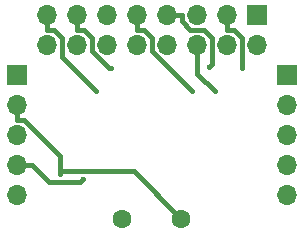
<source format=gbl>
G04 #@! TF.FileFunction,Copper,L2,Bot,Signal*
%FSLAX46Y46*%
G04 Gerber Fmt 4.6, Leading zero omitted, Abs format (unit mm)*
G04 Created by KiCad (PCBNEW 4.0.6) date Sun Apr 30 19:13:02 2017*
%MOMM*%
%LPD*%
G01*
G04 APERTURE LIST*
%ADD10C,0.100000*%
%ADD11C,1.600000*%
%ADD12R,1.700000X1.700000*%
%ADD13O,1.700000X1.700000*%
%ADD14C,0.400000*%
%ADD15C,0.400000*%
G04 APERTURE END LIST*
D10*
D11*
X146050000Y-112522000D03*
X151050000Y-112522000D03*
D12*
X137160000Y-100330000D03*
D13*
X137160000Y-102870000D03*
X137160000Y-105410000D03*
X137160000Y-107950000D03*
X137160000Y-110490000D03*
D12*
X160020000Y-100330000D03*
D13*
X160020000Y-102870000D03*
X160020000Y-105410000D03*
X160020000Y-107950000D03*
X160020000Y-110490000D03*
D12*
X157480000Y-95250000D03*
D13*
X157480000Y-97790000D03*
X154940000Y-95250000D03*
X154940000Y-97790000D03*
X152400000Y-95250000D03*
X152400000Y-97790000D03*
X149860000Y-95250000D03*
X149860000Y-97790000D03*
X147320000Y-95250000D03*
X147320000Y-97790000D03*
X144780000Y-95250000D03*
X144780000Y-97790000D03*
X142240000Y-95250000D03*
X142240000Y-97790000D03*
X139700000Y-95250000D03*
X139700000Y-97790000D03*
D14*
X140815200Y-108748800D03*
X142711700Y-109109700D03*
X156209800Y-99709700D03*
X153896400Y-101714600D03*
X153411100Y-99692300D03*
X145062900Y-99708600D03*
X151960500Y-101710300D03*
X143827500Y-101710300D03*
D15*
X137160000Y-102870000D02*
X137160000Y-104120300D01*
X147028700Y-108500700D02*
X140815200Y-108500700D01*
X151050000Y-112522000D02*
X147028700Y-108500700D01*
X137707000Y-104120300D02*
X137160000Y-104120300D01*
X140815200Y-107228500D02*
X137707000Y-104120300D01*
X140815200Y-108500700D02*
X140815200Y-107228500D01*
X140815200Y-108500700D02*
X140815200Y-108748800D01*
X137160000Y-107950000D02*
X138410300Y-107950000D01*
X142448800Y-109372600D02*
X142711700Y-109109700D01*
X139832900Y-109372600D02*
X142448800Y-109372600D01*
X138410300Y-107950000D02*
X139832900Y-109372600D01*
X154940000Y-95250000D02*
X154940000Y-96500300D01*
X156209800Y-97223100D02*
X156209800Y-99709700D01*
X155487000Y-96500300D02*
X156209800Y-97223100D01*
X154940000Y-96500300D02*
X155487000Y-96500300D01*
X152400000Y-100218200D02*
X153896400Y-101714600D01*
X152400000Y-97790000D02*
X152400000Y-100218200D01*
X153670000Y-99433400D02*
X153411100Y-99692300D01*
X153670000Y-97223800D02*
X153670000Y-99433400D01*
X152946500Y-96500300D02*
X153670000Y-97223800D01*
X151813500Y-96500300D02*
X152946500Y-96500300D01*
X151110300Y-95797100D02*
X151813500Y-96500300D01*
X151110300Y-95250000D02*
X151110300Y-95797100D01*
X149860000Y-95250000D02*
X151110300Y-95250000D01*
X145062900Y-99708500D02*
X145062900Y-99708600D01*
X144901500Y-99708500D02*
X145062900Y-99708500D01*
X143490300Y-98297300D02*
X144901500Y-99708500D01*
X143490300Y-97203500D02*
X143490300Y-98297300D01*
X142787100Y-96500300D02*
X143490300Y-97203500D01*
X142240000Y-96500300D02*
X142787100Y-96500300D01*
X142240000Y-95250000D02*
X142240000Y-96500300D01*
X147320000Y-95250000D02*
X147320000Y-96500300D01*
X148570300Y-98320100D02*
X151960500Y-101710300D01*
X148570300Y-97203500D02*
X148570300Y-98320100D01*
X147867100Y-96500300D02*
X148570300Y-97203500D01*
X147320000Y-96500300D02*
X147867100Y-96500300D01*
X139700000Y-95250000D02*
X139700000Y-96500300D01*
X140950300Y-98833100D02*
X143827500Y-101710300D01*
X140950300Y-97203500D02*
X140950300Y-98833100D01*
X140247100Y-96500300D02*
X140950300Y-97203500D01*
X139700000Y-96500300D02*
X140247100Y-96500300D01*
M02*

</source>
